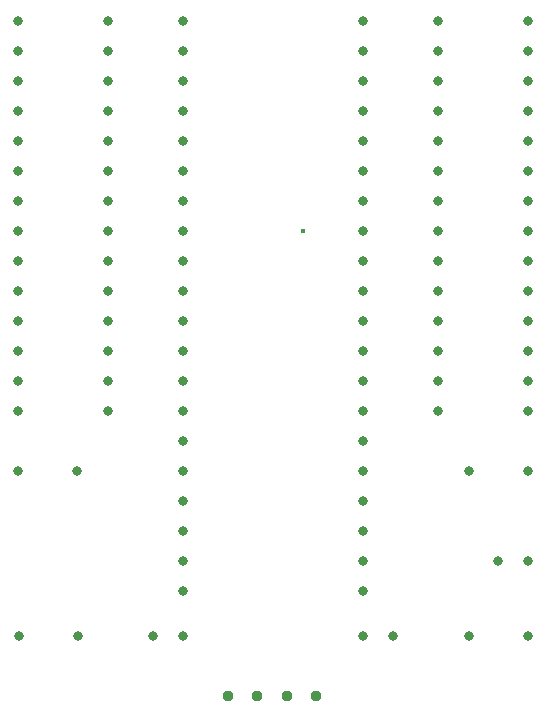
<source format=gbr>
%TF.GenerationSoftware,KiCad,Pcbnew,5.1.5+dfsg1-2build2*%
%TF.CreationDate,2021-09-07T14:07:57+02:00*%
%TF.ProjectId,Adaptateur_I2C,41646170-7461-4746-9575-725f4932432e,1*%
%TF.SameCoordinates,Original*%
%TF.FileFunction,Plated,1,2,PTH,Drill*%
%TF.FilePolarity,Positive*%
%FSLAX46Y46*%
G04 Gerber Fmt 4.6, Leading zero omitted, Abs format (unit mm)*
G04 Created by KiCad (PCBNEW 5.1.5+dfsg1-2build2) date 2021-09-07 14:07:57*
%MOMM*%
%LPD*%
G04 APERTURE LIST*
%TA.AperFunction,ViaDrill*%
%ADD10C,0.400000*%
%TD*%
%TA.AperFunction,ComponentDrill*%
%ADD11C,0.800000*%
%TD*%
%TA.AperFunction,ComponentDrill*%
%ADD12C,0.950000*%
%TD*%
G04 APERTURE END LIST*
D10*
X215900000Y-91440000D03*
D11*
%TO.C,C4*%
X191850000Y-125730000D03*
X196850000Y-125730000D03*
%TO.C,C2*%
X229950000Y-111760000D03*
X234950000Y-111760000D03*
%TO.C,U1*%
X191770000Y-73660000D03*
X191770000Y-76200000D03*
X191770000Y-78740000D03*
X191770000Y-81280000D03*
X191770000Y-83820000D03*
X191770000Y-86360000D03*
X191770000Y-88900000D03*
X191770000Y-91440000D03*
X191770000Y-93980000D03*
X191770000Y-96520000D03*
X191770000Y-99060000D03*
X191770000Y-101600000D03*
X191770000Y-104140000D03*
X191770000Y-106680000D03*
X199390000Y-73660000D03*
X199390000Y-76200000D03*
X199390000Y-78740000D03*
X199390000Y-81280000D03*
X199390000Y-83820000D03*
X199390000Y-86360000D03*
X199390000Y-88900000D03*
X199390000Y-91440000D03*
X199390000Y-93980000D03*
X199390000Y-96520000D03*
X199390000Y-99060000D03*
X199390000Y-101600000D03*
X199390000Y-104140000D03*
X199390000Y-106680000D03*
%TO.C,R1*%
X232410000Y-119380000D03*
X234950000Y-119380000D03*
%TO.C,R2*%
X203200000Y-125730000D03*
X205740000Y-125730000D03*
%TO.C,C1*%
X191770000Y-111760000D03*
X196770000Y-111760000D03*
%TO.C,U2*%
X227330000Y-73660000D03*
X227330000Y-76200000D03*
X227330000Y-78740000D03*
X227330000Y-81280000D03*
X227330000Y-83820000D03*
X227330000Y-86360000D03*
X227330000Y-88900000D03*
X227330000Y-91440000D03*
X227330000Y-93980000D03*
X227330000Y-96520000D03*
X227330000Y-99060000D03*
X227330000Y-101600000D03*
X227330000Y-104140000D03*
X227330000Y-106680000D03*
X234950000Y-73660000D03*
X234950000Y-76200000D03*
X234950000Y-78740000D03*
X234950000Y-81280000D03*
X234950000Y-83820000D03*
X234950000Y-86360000D03*
X234950000Y-88900000D03*
X234950000Y-91440000D03*
X234950000Y-93980000D03*
X234950000Y-96520000D03*
X234950000Y-99060000D03*
X234950000Y-101600000D03*
X234950000Y-104140000D03*
X234950000Y-106680000D03*
%TO.C,C3*%
X229950000Y-125730000D03*
X234950000Y-125730000D03*
%TO.C,R3*%
X220980000Y-125730000D03*
X223520000Y-125730000D03*
%TO.C,U3*%
X205740000Y-73660000D03*
X205740000Y-76200000D03*
X205740000Y-78740000D03*
X205740000Y-81280000D03*
X205740000Y-83820000D03*
X205740000Y-86360000D03*
X205740000Y-88900000D03*
X205740000Y-91440000D03*
X205740000Y-93980000D03*
X205740000Y-96520000D03*
X205740000Y-99060000D03*
X205740000Y-101600000D03*
X205740000Y-104140000D03*
X205740000Y-106680000D03*
X205740000Y-109220000D03*
X205740000Y-111760000D03*
X205740000Y-114300000D03*
X205740000Y-116840000D03*
X205740000Y-119380000D03*
X205740000Y-121920000D03*
X220980000Y-73660000D03*
X220980000Y-76200000D03*
X220980000Y-78740000D03*
X220980000Y-81280000D03*
X220980000Y-83820000D03*
X220980000Y-86360000D03*
X220980000Y-88900000D03*
X220980000Y-91440000D03*
X220980000Y-93980000D03*
X220980000Y-96520000D03*
X220980000Y-99060000D03*
X220980000Y-101600000D03*
X220980000Y-104140000D03*
X220980000Y-106680000D03*
X220980000Y-109220000D03*
X220980000Y-111760000D03*
X220980000Y-114300000D03*
X220980000Y-116840000D03*
X220980000Y-119380000D03*
X220980000Y-121920000D03*
D12*
%TO.C,J1*%
X209550000Y-130810000D03*
X212050000Y-130810000D03*
X214550000Y-130810000D03*
X217050000Y-130810000D03*
M02*

</source>
